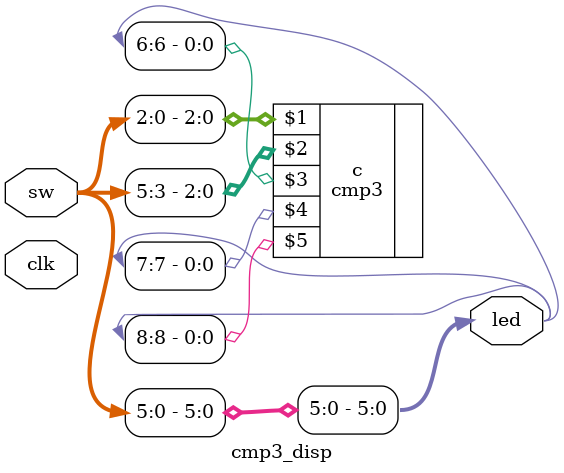
<source format=v>
`timescale 1ns / 1ps


module cmp3_disp(
    clk,sw,led
    );
    input clk;
    input [7:0] sw;
    output [15:0] led;
    assign led[2:0] = sw[2:0];
    assign led[5:3] = sw[5:3];
    cmp3 c(sw[2:0],sw[5:3],led[6],led[7],led[8]);
endmodule

</source>
